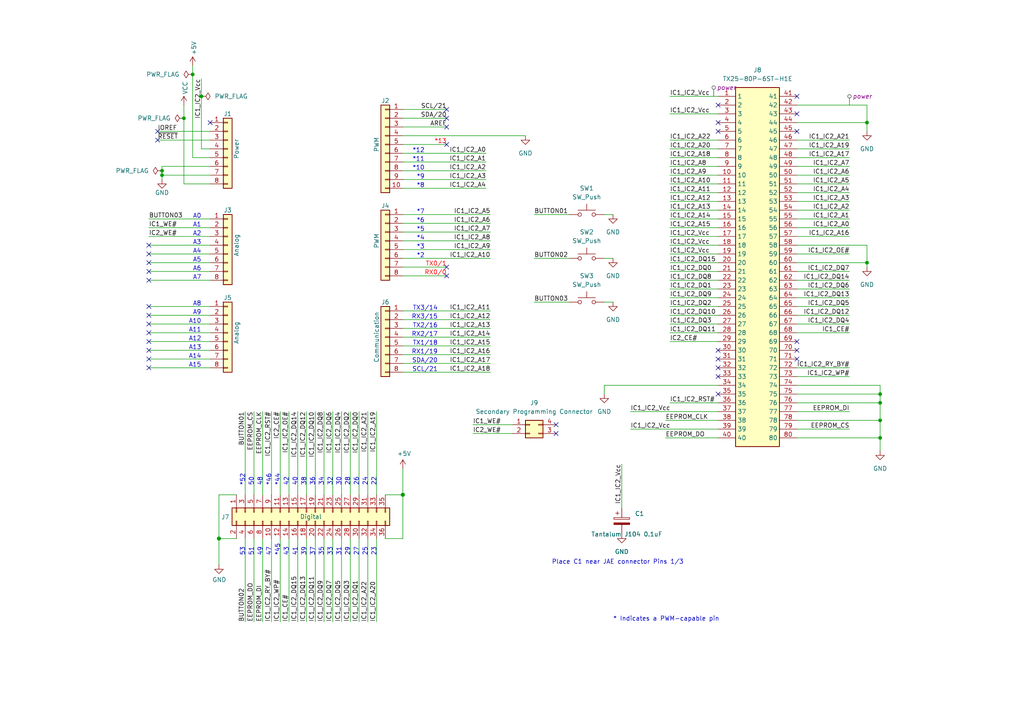
<source format=kicad_sch>
(kicad_sch (version 20230121) (generator eeschema)
  (paper "A4")
  (title_block (date "mar. 31 mars 2015"))
  (lib_symbols
    (symbol "+5V_1" (power) (pin_names (offset 0))
      (property "Value" "+5V_1" (at 0 3.556 0))
      (symbol "+5V_1_0_1"
        (polyline (pts (xy -0.762 1.27) (xy 0 2.54)))
        (polyline (pts (xy 0 0) (xy 0 2.54)))
        (polyline (pts (xy 0 2.54) (xy 0.762 1.27)))
      )
      (symbol "+5V_1_1_1"
        (pin power_in line (at 0 0 90) (length 0) hide (name "+5V") (number "1"))
      )
    )
    (symbol "Connector_Generic:Conn_01x08" (pin_names (offset 1.016) hide)
      (property "Reference" "J" (at 0 10.16 0))
      (property "Value" "Conn_01x08" (at 0 -12.7 0))
      (symbol "Conn_01x08_1_1"
        (rectangle (start -1.27 -10.033) (end 0 -10.287) (stroke (width 0.1524)))
        (rectangle (start -1.27 -7.493) (end 0 -7.747) (stroke (width 0.1524)))
        (rectangle (start -1.27 -4.953) (end 0 -5.207) (stroke (width 0.1524)))
        (rectangle (start -1.27 -2.413) (end 0 -2.667) (stroke (width 0.1524)))
        (rectangle (start -1.27 0.127) (end 0 -0.127) (stroke (width 0.1524)))
        (rectangle (start -1.27 2.667) (end 0 2.413) (stroke (width 0.1524)))
        (rectangle (start -1.27 5.207) (end 0 4.953) (stroke (width 0.1524)))
        (rectangle (start -1.27 7.747) (end 0 7.493) (stroke (width 0.1524)))
        (rectangle (start -1.27 8.89) (end 1.27 -11.43) (stroke (width 0.254)) (fill (type background)))
        (pin passive line (at -5.08 7.62 0) (length 3.81) (name "Pin_1") (number "1"))
        (pin passive line (at -5.08 5.08 0) (length 3.81) (name "Pin_2") (number "2"))
        (pin passive line (at -5.08 2.54 0) (length 3.81) (name "Pin_3") (number "3"))
        (pin passive line (at -5.08 0 0) (length 3.81) (name "Pin_4") (number "4"))
        (pin passive line (at -5.08 -2.54 0) (length 3.81) (name "Pin_5") (number "5"))
        (pin passive line (at -5.08 -5.08 0) (length 3.81) (name "Pin_6") (number "6"))
        (pin passive line (at -5.08 -7.62 0) (length 3.81) (name "Pin_7") (number "7"))
        (pin passive line (at -5.08 -10.16 0) (length 3.81) (name "Pin_8") (number "8"))
      )
    )
    (symbol "Connector_Generic:Conn_01x10" (pin_names (offset 1.016) hide)
      (property "Reference" "J" (at 0 12.7 0))
      (property "Value" "Conn_01x10" (at 0 -15.24 0))
      (symbol "Conn_01x10_1_1"
        (rectangle (start -1.27 -12.573) (end 0 -12.827) (stroke (width 0.1524)))
        (rectangle (start -1.27 -10.033) (end 0 -10.287) (stroke (width 0.1524)))
        (rectangle (start -1.27 -7.493) (end 0 -7.747) (stroke (width 0.1524)))
        (rectangle (start -1.27 -4.953) (end 0 -5.207) (stroke (width 0.1524)))
        (rectangle (start -1.27 -2.413) (end 0 -2.667) (stroke (width 0.1524)))
        (rectangle (start -1.27 0.127) (end 0 -0.127) (stroke (width 0.1524)))
        (rectangle (start -1.27 2.667) (end 0 2.413) (stroke (width 0.1524)))
        (rectangle (start -1.27 5.207) (end 0 4.953) (stroke (width 0.1524)))
        (rectangle (start -1.27 7.747) (end 0 7.493) (stroke (width 0.1524)))
        (rectangle (start -1.27 10.287) (end 0 10.033) (stroke (width 0.1524)))
        (rectangle (start -1.27 11.43) (end 1.27 -13.97) (stroke (width 0.254)) (fill (type background)))
        (pin passive line (at -5.08 10.16 0) (length 3.81) (name "Pin_1") (number "1"))
        (pin passive line (at -5.08 -12.7 0) (length 3.81) (name "Pin_10") (number "10"))
        (pin passive line (at -5.08 7.62 0) (length 3.81) (name "Pin_2") (number "2"))
        (pin passive line (at -5.08 5.08 0) (length 3.81) (name "Pin_3") (number "3"))
        (pin passive line (at -5.08 2.54 0) (length 3.81) (name "Pin_4") (number "4"))
        (pin passive line (at -5.08 0 0) (length 3.81) (name "Pin_5") (number "5"))
        (pin passive line (at -5.08 -2.54 0) (length 3.81) (name "Pin_6") (number "6"))
        (pin passive line (at -5.08 -5.08 0) (length 3.81) (name "Pin_7") (number "7"))
        (pin passive line (at -5.08 -7.62 0) (length 3.81) (name "Pin_8") (number "8"))
        (pin passive line (at -5.08 -10.16 0) (length 3.81) (name "Pin_9") (number "9"))
      )
    )
    (symbol "Connector_Generic:Conn_02x02_Counter_Clockwise" (pin_names (offset 1.016) hide)
      (property "Reference" "J" (at 1.27 2.54 0))
      (property "Value" "Conn_02x02_Counter_Clockwise" (at 1.27 -5.08 0))
      (symbol "Conn_02x02_Counter_Clockwise_1_1"
        (rectangle (start -1.27 -2.413) (end 0 -2.667) (stroke (width 0.1524)))
        (rectangle (start -1.27 0.127) (end 0 -0.127) (stroke (width 0.1524)))
        (rectangle (start -1.27 1.27) (end 3.81 -3.81) (stroke (width 0.254)) (fill (type background)))
        (rectangle (start 3.81 -2.413) (end 2.54 -2.667) (stroke (width 0.1524)))
        (rectangle (start 3.81 0.127) (end 2.54 -0.127) (stroke (width 0.1524)))
        (pin passive line (at -5.08 0 0) (length 3.81) (name "Pin_1") (number "1"))
        (pin passive line (at -5.08 -2.54 0) (length 3.81) (name "Pin_2") (number "2"))
        (pin passive line (at 7.62 -2.54 180) (length 3.81) (name "Pin_3") (number "3"))
        (pin passive line (at 7.62 0 180) (length 3.81) (name "Pin_4") (number "4"))
      )
    )
    (symbol "Connector_Generic:Conn_02x18_Odd_Even" (pin_names (offset 1.016) hide)
      (property "Reference" "J" (at 1.27 22.86 0))
      (property "Value" "Conn_02x18_Odd_Even" (at 1.27 -25.4 0))
      (symbol "Conn_02x18_Odd_Even_1_1"
        (rectangle (start -1.27 -22.733) (end 0 -22.987) (stroke (width 0.1524)))
        (rectangle (start -1.27 -20.193) (end 0 -20.447) (stroke (width 0.1524)))
        (rectangle (start -1.27 -17.653) (end 0 -17.907) (stroke (width 0.1524)))
        (rectangle (start -1.27 -15.113) (end 0 -15.367) (stroke (width 0.1524)))
        (rectangle (start -1.27 -12.573) (end 0 -12.827) (stroke (width 0.1524)))
        (rectangle (start -1.27 -10.033) (end 0 -10.287) (stroke (width 0.1524)))
        (rectangle (start -1.27 -7.493) (end 0 -7.747) (stroke (width 0.1524)))
        (rectangle (start -1.27 -4.953) (end 0 -5.207) (stroke (width 0.1524)))
        (rectangle (start -1.27 -2.413) (end 0 -2.667) (stroke (width 0.1524)))
        (rectangle (start -1.27 0.127) (end 0 -0.127) (stroke (width 0.1524)))
        (rectangle (start -1.27 2.667) (end 0 2.413) (stroke (width 0.1524)))
        (rectangle (start -1.27 5.207) (end 0 4.953) (stroke (width 0.1524)))
        (rectangle (start -1.27 7.747) (end 0 7.493) (stroke (width 0.1524)))
        (rectangle (start -1.27 10.287) (end 0 10.033) (stroke (width 0.1524)))
        (rectangle (start -1.27 12.827) (end 0 12.573) (stroke (width 0.1524)))
        (rectangle (start -1.27 15.367) (end 0 15.113) (stroke (width 0.1524)))
        (rectangle (start -1.27 17.907) (end 0 17.653) (stroke (width 0.1524)))
        (rectangle (start -1.27 20.447) (end 0 20.193) (stroke (width 0.1524)))
        (rectangle (start -1.27 21.59) (end 3.81 -24.13) (stroke (width 0.254)) (fill (type background)))
        (rectangle (start 3.81 -22.733) (end 2.54 -22.987) (stroke (width 0.1524)))
        (rectangle (start 3.81 -20.193) (end 2.54 -20.447) (stroke (width 0.1524)))
        (rectangle (start 3.81 -17.653) (end 2.54 -17.907) (stroke (width 0.1524)))
        (rectangle (start 3.81 -15.113) (end 2.54 -15.367) (stroke (width 0.1524)))
        (rectangle (start 3.81 -12.573) (end 2.54 -12.827) (stroke (width 0.1524)))
        (rectangle (start 3.81 -10.033) (end 2.54 -10.287) (stroke (width 0.1524)))
        (rectangle (start 3.81 -7.493) (end 2.54 -7.747) (stroke (width 0.1524)))
        (rectangle (start 3.81 -4.953) (end 2.54 -5.207) (stroke (width 0.1524)))
        (rectangle (start 3.81 -2.413) (end 2.54 -2.667) (stroke (width 0.1524)))
        (rectangle (start 3.81 0.127) (end 2.54 -0.127) (stroke (width 0.1524)))
        (rectangle (start 3.81 2.667) (end 2.54 2.413) (stroke (width 0.1524)))
        (rectangle (start 3.81 5.207) (end 2.54 4.953) (stroke (width 0.1524)))
        (rectangle (start 3.81 7.747) (end 2.54 7.493) (stroke (width 0.1524)))
        (rectangle (start 3.81 10.287) (end 2.54 10.033) (stroke (width 0.1524)))
        (rectangle (start 3.81 12.827) (end 2.54 12.573) (stroke (width 0.1524)))
        (rectangle (start 3.81 15.367) (end 2.54 15.113) (stroke (width 0.1524)))
        (rectangle (start 3.81 17.907) (end 2.54 17.653) (stroke (width 0.1524)))
        (rectangle (start 3.81 20.447) (end 2.54 20.193) (stroke (width 0.1524)))
        (pin passive line (at -5.08 20.32 0) (length 3.81) (name "Pin_1") (number "1"))
        (pin passive line (at 7.62 10.16 180) (length 3.81) (name "Pin_10") (number "10"))
        (pin passive line (at -5.08 7.62 0) (length 3.81) (name "Pin_11") (number "11"))
        (pin passive line (at 7.62 7.62 180) (length 3.81) (name "Pin_12") (number "12"))
        (pin passive line (at -5.08 5.08 0) (length 3.81) (name "Pin_13") (number "13"))
        (pin passive line (at 7.62 5.08 180) (length 3.81) (name "Pin_14") (number "14"))
        (pin passive line (at -5.08 2.54 0) (length 3.81) (name "Pin_15") (number "15"))
        (pin passive line (at 7.62 2.54 180) (length 3.81) (name "Pin_16") (number "16"))
        (pin passive line (at -5.08 0 0) (length 3.81) (name "Pin_17") (number "17"))
        (pin passive line (at 7.62 0 180) (length 3.81) (name "Pin_18") (number "18"))
        (pin passive line (at -5.08 -2.54 0) (length 3.81) (name "Pin_19") (number "19"))
        (pin passive line (at 7.62 20.32 180) (length 3.81) (name "Pin_2") (number "2"))
        (pin passive line (at 7.62 -2.54 180) (length 3.81) (name "Pin_20") (number "20"))
        (pin passive line (at -5.08 -5.08 0) (length 3.81) (name "Pin_21") (number "21"))
        (pin passive line (at 7.62 -5.08 180) (length 3.81) (name "Pin_22") (number "22"))
        (pin passive line (at -5.08 -7.62 0) (length 3.81) (name "Pin_23") (number "23"))
        (pin passive line (at 7.62 -7.62 180) (length 3.81) (name "Pin_24") (number "24"))
        (pin passive line (at -5.08 -10.16 0) (length 3.81) (name "Pin_25") (number "25"))
        (pin passive line (at 7.62 -10.16 180) (length 3.81) (name "Pin_26") (number "26"))
        (pin passive line (at -5.08 -12.7 0) (length 3.81) (name "Pin_27") (number "27"))
        (pin passive line (at 7.62 -12.7 180) (length 3.81) (name "Pin_28") (number "28"))
        (pin passive line (at -5.08 -15.24 0) (length 3.81) (name "Pin_29") (number "29"))
        (pin passive line (at -5.08 17.78 0) (length 3.81) (name "Pin_3") (number "3"))
        (pin passive line (at 7.62 -15.24 180) (length 3.81) (name "Pin_30") (number "30"))
        (pin passive line (at -5.08 -17.78 0) (length 3.81) (name "Pin_31") (number "31"))
        (pin passive line (at 7.62 -17.78 180) (length 3.81) (name "Pin_32") (number "32"))
        (pin passive line (at -5.08 -20.32 0) (length 3.81) (name "Pin_33") (number "33"))
        (pin passive line (at 7.62 -20.32 180) (length 3.81) (name "Pin_34") (number "34"))
        (pin passive line (at -5.08 -22.86 0) (length 3.81) (name "Pin_35") (number "35"))
        (pin passive line (at 7.62 -22.86 180) (length 3.81) (name "Pin_36") (number "36"))
        (pin passive line (at 7.62 17.78 180) (length 3.81) (name "Pin_4") (number "4"))
        (pin passive line (at -5.08 15.24 0) (length 3.81) (name "Pin_5") (number "5"))
        (pin passive line (at 7.62 15.24 180) (length 3.81) (name "Pin_6") (number "6"))
        (pin passive line (at -5.08 12.7 0) (length 3.81) (name "Pin_7") (number "7"))
        (pin passive line (at 7.62 12.7 180) (length 3.81) (name "Pin_8") (number "8"))
        (pin passive line (at -5.08 10.16 0) (length 3.81) (name "Pin_9") (number "9"))
      )
    )
    (symbol "Device:C_Polarized" (pin_numbers hide) (pin_names (offset 0.254))
      (property "Reference" "C" (at 0.635 2.54 0))
      (property "Value" "C_Polarized" (at 0.635 -2.54 0))
      (symbol "C_Polarized_0_1"
        (rectangle (start -2.286 0.508) (end 2.286 1.016))
        (polyline (pts (xy -1.778 2.286) (xy -0.762 2.286)))
        (polyline (pts (xy -1.27 2.794) (xy -1.27 1.778)))
        (rectangle (start 2.286 -0.508) (end -2.286 -1.016) (fill (type outline)))
      )
      (symbol "C_Polarized_1_1"
        (pin passive line (at 0 3.81 270) (length 2.794) (name "~") (number "1"))
        (pin passive line (at 0 -3.81 90) (length 2.794) (name "~") (number "2"))
      )
    )
    (symbol "GND_1" (power) (pin_names (offset 0))
      (property "Value" "GND_1" (at 0 -3.81 0))
      (symbol "GND_1_0_1"
        (polyline (pts (xy 0 0) (xy 0 -1.27) (xy 1.27 -1.27) (xy 0 -2.54) (xy -1.27 -1.27) (xy 0 -1.27)))
      )
      (symbol "GND_1_1_1"
        (pin power_in line (at 0 0 270) (length 0) hide (name "GND") (number "1"))
      )
    )
    (symbol "GND_2" (power) (pin_names (offset 0))
      (property "Value" "GND_2" (at 0 -3.81 0))
      (symbol "GND_2_0_1"
        (polyline (pts (xy 0 0) (xy 0 -1.27) (xy 1.27 -1.27) (xy 0 -2.54) (xy -1.27 -1.27) (xy 0 -1.27)))
      )
      (symbol "GND_2_1_1"
        (pin power_in line (at 0 0 270) (length 0) hide (name "GND") (number "1"))
      )
    )
    (symbol "GND_3" (power) (pin_names (offset 0))
      (property "Value" "GND_3" (at 0 -3.81 0))
      (symbol "GND_3_0_1"
        (polyline (pts (xy 0 0) (xy 0 -1.27) (xy 1.27 -1.27) (xy 0 -2.54) (xy -1.27 -1.27) (xy 0 -1.27)))
      )
      (symbol "GND_3_1_1"
        (pin power_in line (at 0 0 270) (length 0) hide (name "GND") (number "1"))
      )
    )
    (symbol "GND_4" (power) (pin_names (offset 0))
      (property "Value" "GND_4" (at 0 -3.81 0))
      (symbol "GND_4_0_1"
        (polyline (pts (xy 0 0) (xy 0 -1.27) (xy 1.27 -1.27) (xy 0 -2.54) (xy -1.27 -1.27) (xy 0 -1.27)))
      )
      (symbol "GND_4_1_1"
        (pin power_in line (at 0 0 270) (length 0) hide (name "GND") (number "1"))
      )
    )
    (symbol "GND_5" (power) (pin_names (offset 0))
      (property "Value" "GND_5" (at 0 -3.81 0))
      (symbol "GND_5_0_1"
        (polyline (pts (xy 0 0) (xy 0 -1.27) (xy 1.27 -1.27) (xy 0 -2.54) (xy -1.27 -1.27) (xy 0 -1.27)))
      )
      (symbol "GND_5_1_1"
        (pin power_in line (at 0 0 270) (length 0) hide (name "GND") (number "1"))
      )
    )
    (symbol "GND_6" (power) (pin_names (offset 0))
      (property "Value" "GND_6" (at 0 -3.81 0))
      (symbol "GND_6_0_1"
        (polyline (pts (xy 0 0) (xy 0 -1.27) (xy 1.27 -1.27) (xy 0 -2.54) (xy -1.27 -1.27) (xy 0 -1.27)))
      )
      (symbol "GND_6_1_1"
        (pin power_in line (at 0 0 270) (length 0) hide (name "GND") (number "1"))
      )
    )
    (symbol "GND_7" (power) (pin_names (offset 0))
      (property "Value" "GND_7" (at 0 -3.81 0))
      (symbol "GND_7_0_1"
        (polyline (pts (xy 0 0) (xy 0 -1.27) (xy 1.27 -1.27) (xy 0 -2.54) (xy -1.27 -1.27) (xy 0 -1.27)))
      )
      (symbol "GND_7_1_1"
        (pin power_in line (at 0 0 270) (length 0) hide (name "GND") (number "1"))
      )
    )
    (symbol "Switch:SW_Push" (pin_numbers hide) (pin_names (offset 1.016) hide)
      (property "Reference" "SW" (at 1.27 2.54 0))
      (property "Value" "SW_Push" (at 0 -1.524 0))
      (symbol "SW_Push_0_1"
        (circle (center -2.032 0) (radius 0.508))
        (polyline (pts (xy 0 1.27) (xy 0 3.048)))
        (polyline (pts (xy 2.54 1.27) (xy -2.54 1.27)))
        (circle (center 2.032 0) (radius 0.508))
        (pin passive line (at -5.08 0 0) (length 2.54) (name "1") (number "1"))
        (pin passive line (at 5.08 0 180) (length 2.54) (name "2") (number "2"))
      )
    )
    (symbol "power:+5V" (power) (pin_names (offset 0))
      (property "Value" "+5V" (at 0 3.556 0))
      (symbol "+5V_0_1"
        (polyline (pts (xy -0.762 1.27) (xy 0 2.54)))
        (polyline (pts (xy 0 0) (xy 0 2.54)))
        (polyline (pts (xy 0 2.54) (xy 0.762 1.27)))
      )
      (symbol "+5V_1_1"
        (pin power_in line (at 0 0 90) (length 0) hide (name "+5V") (number "1"))
      )
    )
    (symbol "power:GND" (power) (pin_names (offset 0))
      (property "Value" "GND" (at 0 -3.81 0))
      (symbol "GND_0_1"
        (polyline (pts (xy 0 0) (xy 0 -1.27) (xy 1.27 -1.27) (xy 0 -2.54) (xy -1.27 -1.27) (xy 0 -1.27)))
      )
      (symbol "GND_1_1"
        (pin power_in line (at 0 0 270) (length 0) hide (name "GND") (number "1"))
      )
    )
    (symbol "power:PWR_FLAG" (power) (pin_numbers hide) (pin_names (offset 0) hide)
      (property "Value" "PWR_FLAG" (at 0 3.81 0))
      (symbol "PWR_FLAG_0_0"
        (pin power_out line (at 0 0 90) (length 0) (name "pwr") (number "1"))
      )
      (symbol "PWR_FLAG_0_1"
        (polyline (pts (xy 0 0) (xy 0 1.27) (xy -1.016 1.905) (xy 0 2.54) (xy 1.016 1.905) (xy 0 1.27)))
      )
    )
    (symbol "power:VCC" (power) (pin_names (offset 0))
      (property "Value" "VCC" (at 0 3.81 0))
      (symbol "VCC_0_1"
        (polyline (pts (xy -0.762 1.27) (xy 0 2.54)))
        (polyline (pts (xy 0 0) (xy 0 2.54)))
        (polyline (pts (xy 0 2.54) (xy 0.762 1.27)))
      )
      (symbol "VCC_1_1"
        (pin power_in line (at 0 0 90) (length 0) hide (name "VCC") (number "1"))
      )
    )
    (symbol "srx-extras:TX25-80P-6ST-H1E"
      (property "Reference" "J" (at 19.05 7.62 0))
      (property "Value" "TX25-80P-6ST-H1E" (at 19.05 5.08 0))
      (symbol "TX25-80P-6ST-H1E_1_1"
        (rectangle (start 5.08 2.54) (end 17.78 -101.6) (stroke (width 0.254)) (fill (type background)))
        (pin passive line (at 0 0 0) (length 5.08) (name "1") (number "1"))
        (pin passive line (at 0 -22.86 0) (length 5.08) (name "10") (number "10"))
        (pin passive line (at 0 -25.4 0) (length 5.08) (name "11") (number "11"))
        (pin passive line (at 0 -27.94 0) (length 5.08) (name "12") (number "12"))
        (pin passive line (at 0 -30.48 0) (length 5.08) (name "13") (number "13"))
        (pin passive line (at 0 -33.02 0) (length 5.08) (name "14") (number "14"))
        (pin passive line (at 0 -35.56 0) (length 5.08) (name "15") (number "15"))
        (pin passive line (at 0 -38.1 0) (length 5.08) (name "16") (number "16"))
        (pin passive line (at 0 -40.64 0) (length 5.08) (name "17") (number "17"))
        (pin passive line (at 0 -43.18 0) (length 5.08) (name "18") (number "18"))
        (pin passive line (at 0 -45.72 0) (length 5.08) (name "19") (number "19"))
        (pin passive line (at 0 -2.54 0) (length 5.08) (name "2") (number "2"))
        (pin passive line (at 0 -48.26 0) (length 5.08) (name "20") (number "20"))
        (pin passive line (at 0 -50.8 0) (length 5.08) (name "21") (number "21"))
        (pin passive line (at 0 -53.34 0) (length 5.08) (name "22") (number "22"))
        (pin passive line (at 0 -55.88 0) (length 5.08) (name "23") (number "23"))
        (pin passive line (at 0 -58.42 0) (length 5.08) (name "24") (number "24"))
        (pin passive line (at 0 -60.96 0) (length 5.08) (name "25") (number "25"))
        (pin passive line (at 0 -63.5 0) (length 5.08) (name "26") (number "26"))
        (pin passive line (at 0 -66.04 0) (length 5.08) (name "27") (number "27"))
        (pin passive line (at 0 -68.58 0) (length 5.08) (name "28") (number "28"))
        (pin passive line (at 0 -71.12 0) (length 5.08) (name "29") (number "29"))
        (pin passive line (at 0 -5.08 0) (length 5.08) (name "3") (number "3"))
        (pin passive line (at 0 -73.66 0) (length 5.08) (name "30") (number "30"))
        (pin passive line (at 0 -76.2 0) (length 5.08) (name "31") (number "31"))
        (pin passive line (at 0 -78.74 0) (length 5.08) (name "32") (number "32"))
        (pin passive line (at 0 -81.28 0) (length 5.08) (name "33") (number "33"))
        (pin passive line (at 0 -83.82 0) (length 5.08) (name "34") (number "34"))
        (pin passive line (at 0 -86.36 0) (length 5.08) (name "35") (number "35"))
        (pin passive line (at 0 -88.9 0) (length 5.08) (name "36") (number "36"))
        (pin passive line (at 0 -91.44 0) (length 5.08) (name "37") (number "37"))
        (pin passive line (at 0 -93.98 0) (length 5.08) (name "38") (number "38"))
        (pin passive line (at 0 -96.52 0) (length 5.08) (name "39") (number "39"))
        (pin passive line (at 0 -7.62 0) (length 5.08) (name "4") (number "4"))
        (pin passive line (at 0 -99.06 0) (length 5.08) (name "40") (number "40"))
        (pin passive line (at 22.86 0 180) (length 5.08) (name "41") (number "41"))
        (pin passive line (at 22.86 -2.54 180) (length 5.08) (name "42") (number "42"))
        (pin passive line (at 22.86 -5.08 180) (length 5.08) (name "43") (number "43"))
        (pin passive line (at 22.86 -7.62 180) (length 5.08) (name "44") (number "44"))
        (pin passive line (at 22.86 -10.16 180) (length 5.08) (name "45") (number "45"))
        (pin passive line (at 22.86 -12.7 180) (length 5.08) (name "46") (number "46"))
        (pin passive line (at 22.86 -15.24 180) (length 5.08) (name "47") (number "47"))
        (pin passive line (at 22.86 -17.78 180) (length 5.08) (name "48") (number "48"))
        (pin passive line (at 22.86 -20.32 180) (length 5.08) (name "49") (number "49"))
        (pin passive line (at 0 -10.16 0) (length 5.08) (name "5") (number "5"))
        (pin passive line (at 22.86 -22.86 180) (length 5.08) (name "50") (number "50"))
        (pin passive line (at 22.86 -25.4 180) (length 5.08) (name "51") (number "51"))
        (pin passive line (at 22.86 -27.94 180) (length 5.08) (name "52") (number "52"))
        (pin passive line (at 22.86 -30.48 180) (length 5.08) (name "53") (number "53"))
        (pin passive line (at 22.86 -33.02 180) (length 5.08) (name "54") (number "54"))
        (pin passive line (at 22.86 -35.56 180) (length 5.08) (name "55") (number "55"))
        (pin passive line (at 22.86 -38.1 180) (length 5.08) (name "56") (number "56"))
        (pin passive line (at 22.86 -40.64 180) (length 5.08) (name "57") (number "57"))
        (pin passive line (at 22.86 -43.18 180) (length 5.08) (name "58") (number "58"))
        (pin passive line (at 22.86 -45.72 180) (length 5.08) (name "59") (number "59"))
        (pin passive line (at 0 -12.7 0) (length 5.08) (name "6") (number "6"))
        (pin passive line (at 22.86 -48.26 180) (length 5.08) (name "60") (number "60"))
        (pin passive line (at 22.86 -50.8 180) (length 5.08) (name "61") (number "61"))
        (pin passive line (at 22.86 -53.34 180) (length 5.08) (name "62") (number "62"))
        (pin passive line (at 22.86 -55.88 180) (length 5.08) (name "63") (number "63"))
        (pin passive line (at 22.86 -58.42 180) (length 5.08) (name "64") (number "64"))
        (pin passive line (at 22.86 -60.96 180) (length 5.08) (name "65") (number "65"))
        (pin passive line (at 22.86 -63.5 180) (length 5.08) (name "66") (number "66"))
        (pin passive line (at 22.86 -66.04 180) (length 5.08) (name "67") (number "67"))
        (pin passive line (at 22.86 -68.58 180) (length 5.08) (name "68") (number "68"))
        (pin passive line (at 22.86 -71.12 180) (length 5.08) (name "69") (number "69"))
        (pin passive line (at 0 -15.24 0) (length 5.08) (name "7") (number "7"))
        (pin passive line (at 22.86 -73.66 180) (length 5.08) (name "70") (number "70"))
        (pin passive line (at 22.86 -76.2 180) (length 5.08) (name "71") (number "71"))
        (pin passive line (at 22.86 -78.74 180) (length 5.08) (name "72") (number "72"))
        (pin passive line (at 22.86 -81.28 180) (length 5.08) (name "73") (number "73"))
        (pin passive line (at 22.86 -83.82 180) (length 5.08) (name "74") (number "74"))
        (pin passive line (at 22.86 -86.36 180) (length 5.08) (name "75") (number "75"))
        (pin passive line (at 22.86 -88.9 180) (length 5.08) (name "76") (number "76"))
        (pin passive line (at 22.86 -91.44 180) (length 5.08) (name "77") (number "77"))
        (pin passive line (at 22.86 -93.98 180) (length 5.08) (name "78") (number "78"))
        (pin passive line (at 22.86 -96.52 180) (length 5.08) (name "79") (number "79"))
        (pin passive line (at 0 -17.78 0) (length 5.08) (name "8") (number "8"))
        (pin passive line (at 22.86 -99.06 180) (length 5.08) (name "80") (number "80"))
        (pin passive line (at 0 -20.32 0) (length 5.08) (name "9") (number "9"))
      )
    )
  )
  (junction (at 255.27 114.3))
  (junction (at 255.27 121.92))
  (junction (at 63.5 156.21) (diameter 1.016))
  (junction (at 251.46 35.56))
  (junction (at 255.27 127))
  (junction (at 55.88 21.59))
  (junction (at 46.99 49.53))
  (junction (at 58.42 27.94))
  (junction (at 53.34 34.29))
  (junction (at 251.46 76.2))
  (junction (at 46.99 50.8))
  (junction (at 255.27 116.84))
  (junction (at 116.84 143.51) (diameter 1.016))
  (no_connect (at 231.14 38.1))
  (no_connect (at 45.72 40.64))
  (no_connect (at 129.54 34.29))
  (no_connect (at 208.28 38.1))
  (no_connect (at 208.28 101.6))
  (no_connect (at 231.14 104.14))
  (no_connect (at 129.54 80.01))
  (no_connect (at 161.29 125.73))
  (no_connect (at 43.18 106.68))
  (no_connect (at 208.28 30.48))
  (no_connect (at 43.18 73.66))
  (no_connect (at 45.72 38.1))
  (no_connect (at 231.14 33.02))
  (no_connect (at 43.18 99.06))
  (no_connect (at 129.54 36.83))
  (no_connect (at 43.18 71.12))
  (no_connect (at 129.54 31.75))
  (no_connect (at 231.14 27.94))
  (no_connect (at 43.18 101.6))
  (no_connect (at 43.18 78.74))
  (no_connect (at 231.14 101.6))
  (no_connect (at 43.18 93.98))
  (no_connect (at 208.28 114.3))
  (no_connect (at 43.18 96.52))
  (no_connect (at 161.29 123.19))
  (no_connect (at 208.28 104.14))
  (no_connect (at 43.18 91.44))
  (no_connect (at 129.54 41.91))
  (no_connect (at 231.14 99.06))
  (no_connect (at 43.18 76.2))
  (no_connect (at 208.28 109.22))
  (no_connect (at 129.54 77.47))
  (no_connect (at 60.96 35.56))
  (no_connect (at 208.28 106.68))
  (no_connect (at 43.18 81.28))
  (no_connect (at 43.18 88.9))
  (no_connect (at 43.18 104.14))
  (no_connect (at 208.28 35.56))
  (wire (pts (xy 116.84 80.01) (xy 129.54 80.01)))
  (wire (pts (xy 116.84 62.23) (xy 142.24 62.23)))
  (wire (pts (xy 231.14 88.9) (xy 246.38 88.9)))
  (wire (pts (xy 194.31 93.98) (xy 208.28 93.98)))
  (wire (pts (xy 46.99 50.8) (xy 60.96 50.8)))
  (wire (pts (xy 116.84 49.53) (xy 140.97 49.53)))
  (wire (pts (xy 231.14 91.44) (xy 246.38 91.44)))
  (wire (pts (xy 231.14 58.42) (xy 246.38 58.42)))
  (wire (pts (xy 231.14 78.74) (xy 246.38 78.74)))
  (wire (pts (xy 116.84 31.75) (xy 129.54 31.75)))
  (wire (pts (xy 88.9 119.38) (xy 88.9 143.51)))
  (wire (pts (xy 194.31 116.84) (xy 208.28 116.84)))
  (wire (pts (xy 116.84 143.51) (xy 116.84 156.21)))
  (wire (pts (xy 231.14 53.34) (xy 246.38 53.34)))
  (wire (pts (xy 68.58 143.51) (xy 63.5 143.51)))
  (wire (pts (xy 255.27 114.3) (xy 255.27 116.84)))
  (wire (pts (xy 116.84 95.25) (xy 142.24 95.25)))
  (wire (pts (xy 46.99 48.26) (xy 46.99 49.53)))
  (wire (pts (xy 255.27 111.76) (xy 255.27 114.3)))
  (wire (pts (xy 231.14 45.72) (xy 246.38 45.72)))
  (wire (pts (xy 194.31 86.36) (xy 208.28 86.36)))
  (wire (pts (xy 231.14 93.98) (xy 246.38 93.98)))
  (wire (pts (xy 91.44 156.21) (xy 91.44 180.34)))
  (wire (pts (xy 43.18 76.2) (xy 60.96 76.2)))
  (wire (pts (xy 194.31 76.2) (xy 208.28 76.2)))
  (wire (pts (xy 96.52 119.38) (xy 96.52 143.51)))
  (wire (pts (xy 109.22 119.38) (xy 109.22 143.51)))
  (wire (pts (xy 231.14 109.22) (xy 246.38 109.22)))
  (wire (pts (xy 46.99 50.8) (xy 46.99 52.07)))
  (wire (pts (xy 194.31 71.12) (xy 208.28 71.12)))
  (wire (pts (xy 154.94 62.23) (xy 165.1 62.23)))
  (wire (pts (xy 43.18 101.6) (xy 60.96 101.6)))
  (wire (pts (xy 194.31 45.72) (xy 208.28 45.72)))
  (wire (pts (xy 104.14 156.21) (xy 104.14 180.34)))
  (wire (pts (xy 58.42 43.18) (xy 60.96 43.18)))
  (wire (pts (xy 55.88 45.72) (xy 60.96 45.72)))
  (wire (pts (xy 93.98 156.21) (xy 93.98 180.34)))
  (wire (pts (xy 255.27 127) (xy 255.27 130.81)))
  (wire (pts (xy 55.88 19.05) (xy 55.88 21.59)))
  (wire (pts (xy 43.18 106.68) (xy 60.96 106.68)))
  (wire (pts (xy 78.74 156.21) (xy 78.74 180.34)))
  (wire (pts (xy 101.6 156.21) (xy 101.6 180.34)))
  (wire (pts (xy 99.06 156.21) (xy 99.06 180.34)))
  (wire (pts (xy 231.14 43.18) (xy 246.38 43.18)))
  (wire (pts (xy 193.04 127) (xy 208.28 127)))
  (wire (pts (xy 116.84 41.91) (xy 129.54 41.91)))
  (wire (pts (xy 251.46 76.2) (xy 251.46 77.47)))
  (wire (pts (xy 58.42 22.86) (xy 58.42 27.94)))
  (wire (pts (xy 194.31 58.42) (xy 208.28 58.42)))
  (wire (pts (xy 81.28 119.38) (xy 81.28 143.51)))
  (wire (pts (xy 60.96 63.5) (xy 43.18 63.5)))
  (wire (pts (xy 154.94 74.93) (xy 165.1 74.93)))
  (wire (pts (xy 231.14 116.84) (xy 255.27 116.84)))
  (wire (pts (xy 46.99 48.26) (xy 60.96 48.26)))
  (wire (pts (xy 116.84 44.45) (xy 140.97 44.45)))
  (wire (pts (xy 43.18 104.14) (xy 60.96 104.14)))
  (wire (pts (xy 53.34 34.29) (xy 53.34 30.48)))
  (wire (pts (xy 116.84 64.77) (xy 142.24 64.77)))
  (wire (pts (xy 231.14 71.12) (xy 251.46 71.12)))
  (wire (pts (xy 116.84 102.87) (xy 142.24 102.87)))
  (wire (pts (xy 116.84 107.95) (xy 142.24 107.95)))
  (wire (pts (xy 255.27 116.84) (xy 255.27 121.92)))
  (wire (pts (xy 175.26 74.93) (xy 177.8 74.93)))
  (wire (pts (xy 93.98 119.38) (xy 93.98 143.51)))
  (wire (pts (xy 63.5 143.51) (xy 63.5 156.21)))
  (wire (pts (xy 182.88 119.38) (xy 208.28 119.38)))
  (wire (pts (xy 68.58 156.21) (xy 63.5 156.21)))
  (wire (pts (xy 76.2 119.38) (xy 76.2 143.51)))
  (wire (pts (xy 137.16 125.73) (xy 148.59 125.73)))
  (wire (pts (xy 231.14 55.88) (xy 246.38 55.88)))
  (wire (pts (xy 116.84 52.07) (xy 140.97 52.07)))
  (wire (pts (xy 101.6 119.38) (xy 101.6 143.51)))
  (wire (pts (xy 194.31 53.34) (xy 208.28 53.34)))
  (wire (pts (xy 99.06 119.38) (xy 99.06 143.51)))
  (wire (pts (xy 81.28 156.21) (xy 81.28 180.34)))
  (wire (pts (xy 76.2 156.21) (xy 76.2 180.34)))
  (wire (pts (xy 106.68 119.38) (xy 106.68 143.51)))
  (wire (pts (xy 116.84 69.85) (xy 142.24 69.85)))
  (wire (pts (xy 194.31 78.74) (xy 208.28 78.74)))
  (wire (pts (xy 86.36 156.21) (xy 86.36 180.34)))
  (wire (pts (xy 45.72 38.1) (xy 60.96 38.1)))
  (wire (pts (xy 194.31 91.44) (xy 208.28 91.44)))
  (wire (pts (xy 194.31 48.26) (xy 208.28 48.26)))
  (wire (pts (xy 194.31 27.94) (xy 208.28 27.94)))
  (wire (pts (xy 43.18 88.9) (xy 60.96 88.9)))
  (wire (pts (xy 194.31 43.18) (xy 208.28 43.18)))
  (wire (pts (xy 194.31 96.52) (xy 208.28 96.52)))
  (wire (pts (xy 116.84 92.71) (xy 142.24 92.71)))
  (wire (pts (xy 116.84 105.41) (xy 142.24 105.41)))
  (wire (pts (xy 116.84 135.89) (xy 116.84 143.51)))
  (wire (pts (xy 231.14 30.48) (xy 251.46 30.48)))
  (wire (pts (xy 194.31 68.58) (xy 208.28 68.58)))
  (wire (pts (xy 194.31 88.9) (xy 208.28 88.9)))
  (wire (pts (xy 116.84 72.39) (xy 142.24 72.39)))
  (wire (pts (xy 116.84 74.93) (xy 142.24 74.93)))
  (wire (pts (xy 231.14 127) (xy 255.27 127)))
  (wire (pts (xy 231.14 121.92) (xy 255.27 121.92)))
  (wire (pts (xy 194.31 33.02) (xy 208.28 33.02)))
  (wire (pts (xy 116.84 36.83) (xy 129.54 36.83)))
  (wire (pts (xy 111.76 143.51) (xy 116.84 143.51)))
  (wire (pts (xy 116.84 100.33) (xy 142.24 100.33)))
  (wire (pts (xy 43.18 96.52) (xy 60.96 96.52)))
  (wire (pts (xy 194.31 60.96) (xy 208.28 60.96)))
  (wire (pts (xy 231.14 68.58) (xy 246.38 68.58)))
  (wire (pts (xy 43.18 68.58) (xy 60.96 68.58)))
  (wire (pts (xy 45.72 40.64) (xy 60.96 40.64)))
  (wire (pts (xy 116.84 90.17) (xy 142.24 90.17)))
  (wire (pts (xy 231.14 111.76) (xy 255.27 111.76)))
  (wire (pts (xy 194.31 50.8) (xy 208.28 50.8)))
  (wire (pts (xy 175.26 111.76) (xy 175.26 114.3)))
  (wire (pts (xy 231.14 81.28) (xy 246.38 81.28)))
  (wire (pts (xy 231.14 124.46) (xy 246.38 124.46)))
  (wire (pts (xy 194.31 99.06) (xy 208.28 99.06)))
  (wire (pts (xy 175.26 111.76) (xy 208.28 111.76)))
  (wire (pts (xy 116.84 54.61) (xy 140.97 54.61)))
  (wire (pts (xy 60.96 53.34) (xy 53.34 53.34)))
  (wire (pts (xy 71.12 119.38) (xy 71.12 143.51)))
  (wire (pts (xy 231.14 35.56) (xy 251.46 35.56)))
  (wire (pts (xy 255.27 121.92) (xy 255.27 127)))
  (wire (pts (xy 43.18 66.04) (xy 60.96 66.04)))
  (wire (pts (xy 73.66 156.21) (xy 73.66 180.34)))
  (wire (pts (xy 231.14 83.82) (xy 246.38 83.82)))
  (wire (pts (xy 231.14 63.5) (xy 246.38 63.5)))
  (wire (pts (xy 43.18 81.28) (xy 60.96 81.28)))
  (wire (pts (xy 194.31 63.5) (xy 208.28 63.5)))
  (wire (pts (xy 251.46 71.12) (xy 251.46 76.2)))
  (wire (pts (xy 96.52 156.21) (xy 96.52 180.34)))
  (wire (pts (xy 231.14 76.2) (xy 251.46 76.2)))
  (wire (pts (xy 194.31 81.28) (xy 208.28 81.28)))
  (wire (pts (xy 231.14 114.3) (xy 255.27 114.3)))
  (wire (pts (xy 231.14 106.68) (xy 246.38 106.68)))
  (wire (pts (xy 71.12 156.21) (xy 71.12 180.34)))
  (wire (pts (xy 175.26 62.23) (xy 177.8 62.23)))
  (wire (pts (xy 116.84 97.79) (xy 142.24 97.79)))
  (wire (pts (xy 88.9 156.21) (xy 88.9 180.34)))
  (wire (pts (xy 55.88 21.59) (xy 55.88 45.72)))
  (wire (pts (xy 154.94 87.63) (xy 165.1 87.63)))
  (wire (pts (xy 104.14 119.38) (xy 104.14 143.51)))
  (wire (pts (xy 116.84 46.99) (xy 140.97 46.99)))
  (wire (pts (xy 78.74 119.38) (xy 78.74 143.51)))
  (wire (pts (xy 91.44 119.38) (xy 91.44 143.51)))
  (wire (pts (xy 251.46 35.56) (xy 251.46 38.1)))
  (wire (pts (xy 231.14 48.26) (xy 246.38 48.26)))
  (wire (pts (xy 231.14 66.04) (xy 246.38 66.04)))
  (wire (pts (xy 43.18 93.98) (xy 60.96 93.98)))
  (wire (pts (xy 116.84 67.31) (xy 142.24 67.31)))
  (wire (pts (xy 86.36 119.38) (xy 86.36 143.51)))
  (wire (pts (xy 43.18 91.44) (xy 60.96 91.44)))
  (wire (pts (xy 43.18 71.12) (xy 60.96 71.12)))
  (wire (pts (xy 194.31 40.64) (xy 208.28 40.64)))
  (wire (pts (xy 116.84 156.21) (xy 111.76 156.21)))
  (wire (pts (xy 182.88 124.46) (xy 208.28 124.46)))
  (wire (pts (xy 194.31 73.66) (xy 208.28 73.66)))
  (wire (pts (xy 175.26 87.63) (xy 177.8 87.63)))
  (wire (pts (xy 83.82 119.38) (xy 83.82 143.51)))
  (wire (pts (xy 194.31 55.88) (xy 208.28 55.88)))
  (wire (pts (xy 109.22 156.21) (xy 109.22 180.34)))
  (wire (pts (xy 231.14 96.52) (xy 246.38 96.52)))
  (wire (pts (xy 180.34 134.62) (xy 180.34 147.32)))
  (wire (pts (xy 73.66 119.38) (xy 73.66 143.51)))
  (wire (pts (xy 251.46 30.48) (xy 251.46 35.56)))
  (wire (pts (xy 116.84 34.29) (xy 129.54 34.29)))
  (wire (pts (xy 106.68 156.21) (xy 106.68 180.34)))
  (wire (pts (xy 137.16 123.19) (xy 148.59 123.19)))
  (wire (pts (xy 231.14 50.8) (xy 246.38 50.8)))
  (wire (pts (xy 46.99 49.53) (xy 46.99 50.8)))
  (wire (pts (xy 116.84 39.37) (xy 152.4 39.37)))
  (wire (pts (xy 83.82 156.21) (xy 83.82 180.34)))
  (wire (pts (xy 58.42 27.94) (xy 58.42 43.18)))
  (wire (pts (xy 194.31 83.82) (xy 208.28 83.82)))
  (wire (pts (xy 231.14 73.66) (xy 246.38 73.66)))
  (wire (pts (xy 116.84 77.47) (xy 129.54 77.47)))
  (wire (pts (xy 43.18 99.06) (xy 60.96 99.06)))
  (wire (pts (xy 53.34 53.34) (xy 53.34 34.29)))
  (wire (pts (xy 63.5 156.21) (xy 63.5 163.83)))
  (wire (pts (xy 43.18 78.74) (xy 60.96 78.74)))
  (wire (pts (xy 43.18 73.66) (xy 60.96 73.66)))
  (wire (pts (xy 231.14 86.36) (xy 246.38 86.36)))
  (wire (pts (xy 231.14 40.64) (xy 246.38 40.64)))
  (wire (pts (xy 194.31 66.04) (xy 208.28 66.04)))
  (wire (pts (xy 231.14 60.96) (xy 246.38 60.96)))
  (wire (pts (xy 193.04 121.92) (xy 208.28 121.92)))
  (wire (pts (xy 231.14 119.38) (xy 246.38 119.38)))
  (text "A6" (at 58.42 78.74 0) (effects (font (size 1.27 1.27)) (justify right bottom)))
  (text "38" (at 88.9 140.97 90) (effects (font (size 1.27 1.27)) (justify left bottom)))
  (text "47" (at 78.74 161.29 90) (effects (font (size 1.27 1.27)) (justify left bottom)))
  (text "TX1/18" (at 127 100.33 0) (effects (font (size 1.27 1.27)) (justify right bottom)))
  (text "RX2/17" (at 127 97.79 0) (effects (font (size 1.27 1.27)) (justify right bottom)))
  (text "37" (at 91.44 161.29 90) (effects (font (size 1.27 1.27)) (justify left bottom)))
  (text "*12" (at 123.19 44.45 0) (effects (font (size 1.27 1.27)) (justify right bottom)))
  (text "*9" (at 123.19 52.07 0) (effects (font (size 1.27 1.27)) (justify right bottom)))
  (text "SCL/21" (at 127 107.95 0) (effects (font (size 1.27 1.27)) (justify right bottom)))
  (text "TX2/16" (at 127 95.25 0) (effects (font (size 1.27 1.27)) (justify right bottom)))
  (text "A11" (at 58.42 96.52 0) (effects (font (size 1.27 1.27)) (justify right bottom)))
  (text "26" (at 104.14 140.97 90) (effects (font (size 1.27 1.27)) (justify left bottom)))
  (text "49" (at 76.2 161.29 90) (effects (font (size 1.27 1.27)) (justify left bottom)))
  (text "35" (at 93.98 161.29 90) (effects (font (size 1.27 1.27)) (justify left bottom)))
  (text "*44" (at 81.28 140.97 90) (effects (font (size 1.27 1.27)) (justify left bottom)))
  (text "*3" (at 123.19 72.39 0) (effects (font (size 1.27 1.27)) (justify right bottom)))
  (text "27" (at 104.14 161.29 90) (effects (font (size 1.27 1.27)) (justify left bottom)))
  (text "RX3/15" (at 127 92.71 0) (effects (font (size 1.27 1.27)) (justify right bottom)))
  (text "28" (at 101.6 140.97 90) (effects (font (size 1.27 1.27)) (justify left bottom)))
  (text "A0" (at 58.42 63.5 0) (effects (font (size 1.27 1.27)) (justify right bottom)))
  (text "48" (at 76.2 140.97 90) (effects (font (size 1.27 1.27)) (justify left bottom)))
  (text "*45" (at 81.28 161.29 90) (effects (font (size 1.27 1.27)) (justify left bottom)))
  (text "36" (at 91.44 140.97 90) (effects (font (size 1.27 1.27)) (justify left bottom)))
  (text "25" (at 106.68 161.29 90) (effects (font (size 1.27 1.27)) (justify left bottom)))
  (text "A10" (at 58.42 93.98 0) (effects (font (size 1.27 1.27)) (justify right bottom)))
  (text "51" (at 73.66 161.29 90) (effects (font (size 1.27 1.27)) (justify left bottom)))
  (text "A12" (at 58.42 99.06 0) (effects (font (size 1.27 1.27)) (justify right bottom)))
  (text "SDA/20" (at 127 105.41 0) (effects (font (size 1.27 1.27)) (justify right bottom)))
  (text "39" (at 88.9 161.29 90) (effects (font (size 1.27 1.27)) (justify left bottom)))
  (text "*7" (at 123.19 62.23 0) (effects (font (size 1.27 1.27)) (justify right bottom)))
  (text "*5" (at 123.19 67.31 0) (effects (font (size 1.27 1.27)) (justify right bottom)))
  (text "A4" (at 58.42 73.66 0) (effects (font (size 1.27 1.27)) (justify right bottom)))
  (text "30" (at 99.06 140.97 90) (effects (font (size 1.27 1.27)) (justify left bottom)))
  (text "A8" (at 58.42 88.9 0) (effects (font (size 1.27 1.27)) (justify right bottom)))
  (text "*2" (at 123.19 74.93 0) (effects (font (size 1.27 1.27)) (justify right bottom)))
  (text "RX1/19" (at 127 102.87 0) (effects (font (size 1.27 1.27)) (justify right bottom)))
  (text "A3" (at 58.42 71.12 0) (effects (font (size 1.27 1.27)) (justify right bottom)))
  (text "*11" (at 123.19 46.99 0) (effects (font (size 1.27 1.27)) (justify right bottom)))
  (text "22" (at 109.22 140.97 90) (effects (font (size 1.27 1.27)) (justify left bottom)))
  (text "34" (at 93.98 140.97 90) (effects (font (size 1.27 1.27)) (justify left bottom)))
  (text "33" (at 96.52 161.29 90) (effects (font (size 1.27 1.27)) (justify left bottom)))
  (text "50" (at 73.66 140.97 90) (effects (font (size 1.27 1.27)) (justify left bottom)))
  (text "A1" (at 58.42 66.04 0) (effects (font (size 1.27 1.27)) (justify right bottom)))
  (text "43" (at 83.82 161.29 90) (effects (font (size 1.27 1.27)) (justify left bottom)))
  (text "*6" (at 123.19 64.77 0) (effects (font (size 1.27 1.27)) (justify right bottom)))
  (text "Place C1 near JAE connector Pins 1/3" (at 160.02 163.83 0) (effects (font (size 1.27 1.27)) (justify left bottom)))
  (text "*8" (at 123.19 54.61 0) (effects (font (size 1.27 1.27)) (justify right bottom)))
  (text "* Indicates a PWM-capable pin" (at 177.8 180.34 0) (effects (font (size 1.27 1.27)) (justify left bottom)))
  (text "*4" (at 123.19 69.85 0) (effects (font (size 1.27 1.27)) (justify right bottom)))
  (text "A5" (at 58.42 76.2 0) (effects (font (size 1.27 1.27)) (justify right bottom)))
  (text "32" (at 96.52 140.97 90) (effects (font (size 1.27 1.27)) (justify left bottom)))
  (text "A2" (at 58.42 68.58 0) (effects (font (size 1.27 1.27)) (justify right bottom)))
  (text "24" (at 106.68 140.97 90) (effects (font (size 1.27 1.27)) (justify left bottom)))
  (text "*46" (at 78.74 140.97 90) (effects (font (size 1.27 1.27)) (justify left bottom)))
  (text "29" (at 101.6 161.29 90) (effects (font (size 1.27 1.27)) (justify left bottom)))
  (text "31" (at 99.06 161.29 90) (effects (font (size 1.27 1.27)) (justify left bottom)))
  (text "A15" (at 58.42 106.68 0) (effects (font (size 1.27 1.27)) (justify right bottom)))
  (text "*10" (at 123.19 49.53 0) (effects (font (size 1.27 1.27)) (justify right bottom)))
  (text "53" (at 71.12 161.29 90) (effects (font (size 1.27 1.27)) (justify left bottom)))
  (text "A7" (at 58.42 81.28 0) (effects (font (size 1.27 1.27)) (justify right bottom)))
  (text "41" (at 86.36 161.29 90) (effects (font (size 1.27 1.27)) (justify left bottom)))
  (text "23" (at 109.22 161.29 90) (effects (font (size 1.27 1.27)) (justify left bottom)))
  (text "42" (at 83.82 140.97 90) (effects (font (size 1.27 1.27)) (justify left bottom)))
  (text "40" (at 86.36 140.97 90) (effects (font (size 1.27 1.27)) (justify left bottom)))
  (text "A14" (at 58.42 104.14 0) (effects (font (size 1.27 1.27)) (justify right bottom)))
  (text "A13" (at 58.42 101.6 0) (effects (font (size 1.27 1.27)) (justify right bottom)))
  (text "*52" (at 71.12 140.97 90) (effects (font (size 1.27 1.27)) (justify left bottom)))
  (text "TX3/14" (at 127 90.17 0) (effects (font (size 1.27 1.27)) (justify right bottom)))
  (text "A9" (at 58.42 91.44 0) (effects (font (size 1.27 1.27)) (justify right bottom)))
  (label "IC1_IC2_A18" (at 194.31 45.72 0))
  (label "RX0{slash}0" (at 129.54 80.01 180))
  (label "IC1_IC2_DQ2" (at 194.31 88.9 0))
  (label "IC1_IC2_A8" (at 142.24 69.85 180))
  (label "IC1_IC2_DQ13" (at 88.9 180.34 90))
  (label "IC1_IC2_DQ14" (at 86.36 119.38 270))
  (label "IC1_IC2_A13" (at 194.31 60.96 0))
  (label "IC1_IC2_Vcc" (at 180.34 134.62 270))
  (label "IC1_IC2_RY_BY#" (at 246.38 106.68 180))
  (label "BUTTON03" (at 43.18 63.5 0))
  (label "IC1_IC2_A21" (at 106.68 119.38 270))
  (label "IC1_IC2_DQ9" (at 93.98 180.34 90))
  (label "IC1_IC2_DQ0" (at 104.14 119.38 270))
  (label "IC1_IC2_A22" (at 106.68 180.34 90))
  (label "IC1_IC2_A12" (at 194.31 58.42 0))
  (label "BUTTON02" (at 154.94 74.93 0))
  (label "BUTTON01" (at 154.94 62.23 0))
  (label "IC1_IC2_A14" (at 142.24 97.79 180))
  (label "IC1_IC2_RST#" (at 194.31 116.84 0))
  (label "IC1_IC2_A2" (at 246.38 60.96 180))
  (label "IC1_IC2_A19" (at 246.38 43.18 180))
  (label "IC1_IC2_DQ9" (at 194.31 86.36 0))
  (label "IC1_IC2_DQ1" (at 104.14 180.34 90))
  (label "IC2_CE#" (at 81.28 119.38 270))
  (label "EEPROM_CS" (at 73.66 119.38 270))
  (label "IC1_IC2_A22" (at 194.31 40.64 0))
  (label "BUTTON02" (at 71.12 180.34 90))
  (label "*13" (at 129.54 41.91 180))
  (label "IC1_IC2_Vcc" (at 182.88 119.38 0))
  (label "IC2_WE#" (at 137.16 125.73 0))
  (label "EEPROM_CLK" (at 193.04 121.92 0))
  (label "IC1_IC2_Vcc" (at 58.42 22.86 270))
  (label "IC1_IC2_DQ2" (at 101.6 119.38 270))
  (label "IC1_IC2_A16" (at 142.24 102.87 180))
  (label "IC1_IC2_A6" (at 246.38 50.8 180))
  (label "IC1_IC2_Vcc" (at 194.31 68.58 0))
  (label "IC1_IC2_OE#" (at 246.38 73.66 180))
  (label "IC1_IC2_A14" (at 194.31 63.5 0))
  (label "~{RESET}" (at 45.72 40.64 0))
  (label "IC1_IC2_DQ13" (at 246.38 86.36 180))
  (label "IC1_IC2_DQ4" (at 99.06 119.38 270))
  (label "IC1_IC2_A2" (at 140.97 49.53 180))
  (label "IC1_IC2_A11" (at 194.31 55.88 0))
  (label "IC1_IC2_DQ6" (at 246.38 83.82 180))
  (label "IC1_IC2_DQ12" (at 88.9 119.38 270))
  (label "IC1_IC2_A5" (at 246.38 53.34 180))
  (label "IC1_IC2_DQ14" (at 246.38 81.28 180))
  (label "IC1_IC2_DQ7" (at 246.38 78.74 180))
  (label "IC1_IC2_A21" (at 246.38 40.64 180))
  (label "IC1_IC2_DQ0" (at 194.31 78.74 0))
  (label "IC1_IC2_DQ8" (at 93.98 119.38 270))
  (label "BUTTON01" (at 71.12 119.38 270))
  (label "EEPROM_CS" (at 246.38 124.46 180))
  (label "IC2_WE#" (at 43.18 68.58 0))
  (label "IC1_IC2_WP#" (at 246.38 109.22 180))
  (label "IC1_IC2_A3" (at 140.97 52.07 180))
  (label "IC1_IC2_A13" (at 142.24 95.25 180))
  (label "IC1_IC2_A1" (at 246.38 63.5 180))
  (label "IC1_IC2_A15" (at 194.31 66.04 0))
  (label "IC1_WE#" (at 43.18 66.04 0))
  (label "IC1_IC2_DQ5" (at 99.06 180.34 90))
  (label "EEPROM_DI" (at 246.38 119.38 180))
  (label "IC1_IC2_A11" (at 142.24 90.17 180))
  (label "IC1_IC2_Vcc" (at 194.31 33.02 0))
  (label "IC1_IC2_A12" (at 142.24 92.71 180))
  (label "SDA{slash}20" (at 129.54 34.29 180))
  (label "IC1_IC2_DQ15" (at 194.31 76.2 0))
  (label "EEPROM_DO" (at 193.04 127 0))
  (label "IC1_IC2_A18" (at 142.24 107.95 180))
  (label "IC1_IC2_A0" (at 140.97 44.45 180))
  (label "IC1_IC2_RY_BY#" (at 78.74 180.34 90))
  (label "IC1_IC2_DQ15" (at 86.36 180.34 90))
  (label "IC1_IC2_A3" (at 246.38 58.42 180))
  (label "IC1_IC2_DQ11" (at 91.44 180.34 90))
  (label "IC1_IC2_A9" (at 194.31 50.8 0))
  (label "IC1_IC2_DQ7" (at 96.52 180.34 90))
  (label "IC1_IC2_WP#" (at 81.28 180.34 90))
  (label "IC1_IC2_DQ4" (at 246.38 93.98 180))
  (label "IC1_IC2_DQ8" (at 194.31 81.28 0))
  (label "IC1_IC2_A4" (at 246.38 55.88 180))
  (label "IC1_IC2_A17" (at 142.24 105.41 180))
  (label "IC1_IC2_A19" (at 109.22 119.38 270))
  (label "EEPROM_CLK" (at 76.2 119.38 270))
  (label "TX0{slash}1" (at 129.54 77.47 180))
  (label "IC1_IC2_A6" (at 142.24 64.77 180))
  (label "IC1_IC2_A0" (at 246.38 66.04 180))
  (label "IC1_IC2_A17" (at 246.38 45.72 180))
  (label "IC1_IC2_DQ1" (at 194.31 83.82 0))
  (label "IC1_IC2_DQ10" (at 91.44 119.38 270))
  (label "IC1_IC2_DQ10" (at 194.31 91.44 0))
  (label "IC1_CE#" (at 83.82 180.34 90))
  (label "IC1_IC2_A10" (at 142.24 74.93 180))
  (label "AREF" (at 129.54 36.83 180))
  (label "IC1_IC2_Vcc" (at 194.31 71.12 0))
  (label "IC1_IC2_A16" (at 246.38 68.58 180))
  (label "IC1_IC2_Vcc" (at 194.31 73.66 0))
  (label "EEPROM_DI" (at 76.2 180.34 90))
  (label "IC1_IC2_A8" (at 194.31 48.26 0))
  (label "IC1_IC2_DQ5" (at 246.38 88.9 180))
  (label "IC1_IC2_Vcc" (at 182.88 124.46 0))
  (label "IC1_IC2_A20" (at 194.31 43.18 0))
  (label "EEPROM_DO" (at 73.66 180.34 90))
  (label "IC1_IC2_A7" (at 246.38 48.26 180))
  (label "SCL{slash}21" (at 129.54 31.75 180))
  (label "IC1_IC2_DQ11" (at 194.31 96.52 0))
  (label "IC1_IC2_A4" (at 140.97 54.61 180))
  (label "IC1_IC2_OE#" (at 83.82 119.38 270))
  (label "IC1_IC2_A1" (at 140.97 46.99 180))
  (label "IC1_IC2_RST#" (at 78.74 119.38 270))
  (label "IC1_IC2_A20" (at 109.22 180.34 90))
  (label "IC1_IC2_A15" (at 142.24 100.33 180))
  (label "IC1_IC2_DQ12" (at 246.38 91.44 180))
  (label "IC1_IC2_A7" (at 142.24 67.31 180))
  (label "IC1_IC2_DQ3" (at 194.31 93.98 0))
  (label "IOREF" (at 45.72 38.1 0))
  (label "BUTTON03" (at 154.94 87.63 0))
  (label "IC1_IC2_A10" (at 194.31 53.34 0))
  (label "IC1_IC2_DQ3" (at 101.6 180.34 90))
  (label "IC1_WE#" (at 137.16 123.19 0))
  (label "IC1_IC2_A5" (at 142.24 62.23 180))
  (label "IC1_CE#" (at 246.38 96.52 180))
  (label "IC2_CE#" (at 194.31 99.06 0))
  (label "IC1_IC2_DQ6" (at 96.52 119.38 270))
  (label "IC1_IC2_Vcc" (at 194.31 27.94 0))
  (label "IC1_IC2_A9" (at 142.24 72.39 180))
  (netclass_flag "" (length 2.54) (shape round) (at 207.01 27.94 0) (property "Netclass" "power" (at 207.899 25.4 0) (effects (font italic) (justify left))))
  (netclass_flag "" (length 2.54) (shape round) (at 246.38 30.48 0) (property "Netclass" "power" (at 247.269 27.94 0) (effects (font italic) (justify left))))
  (symbol (lib_id "Connector_Generic:Conn_01x08") (at 66.04 43.18 0) (unit 1)
    (property "Reference" "J1" (at 66.04 33.02 0))
    (property "Value" "Power" (at 68.58 43.18 90))
    (property "Footprint" "Connector_PinHeader_2.54mm:PinHeader_1x08_P2.54mm_Vertical" (effects hide))
  )
  (symbol (lib_id "power:+5V") (at 55.88 19.05 0) (unit 1)
    (property "Reference" "#PWR02" (effects hide))
    (property "Value" "+5V" (at 56.2356 16.002 90) (effects (justify left)))
  )
  (symbol (lib_name "GND_6") (lib_id "power:GND") (at 46.99 52.07 0) (unit 1)
    (property "Reference" "#PWR04" (effects hide))
    (property "Value" "GND" (at 46.99 55.88 0))
  )
  (symbol (lib_id "Connector_Generic:Conn_01x10") (at 111.76 41.91 0) (mirror y) (unit 1)
    (property "Reference" "J2" (at 111.76 29.21 0))
    (property "Value" "PWM" (at 109.22 41.91 90))
    (property "Footprint" "Connector_PinHeader_2.54mm:PinHeader_1x10_P2.54mm_Vertical" (effects hide))
  )
  (symbol (lib_id "power:GND") (at 152.4 39.37 0) (unit 1)
    (property "Reference" "#PWR05" (effects hide))
    (property "Value" "GND" (at 152.4 44.45 0))
  )
  (symbol (lib_id "Connector_Generic:Conn_01x08") (at 66.04 71.12 0) (unit 1)
    (property "Reference" "J3" (at 66.04 60.96 0))
    (property "Value" "Analog" (at 68.58 71.12 90))
    (property "Footprint" "Connector_PinHeader_2.54mm:PinHeader_1x08_P2.54mm_Vertical" (effects hide))
  )
  (symbol (lib_id "Connector_Generic:Conn_01x08") (at 111.76 69.85 0) (mirror y) (unit 1)
    (property "Reference" "J4" (at 111.76 59.69 0))
    (property "Value" "PWM" (at 109.22 69.85 90))
    (property "Footprint" "Connector_PinHeader_2.54mm:PinHeader_1x08_P2.54mm_Vertical" (effects hide))
  )
  (symbol (lib_id "Connector_Generic:Conn_01x08") (at 66.04 96.52 0) (unit 1)
    (property "Reference" "J5" (at 66.04 86.36 0))
    (property "Value" "Analog" (at 68.58 96.52 90))
    (property "Footprint" "Connector_PinHeader_2.54mm:PinHeader_1x08_P2.54mm_Vertical" (effects hide))
  )
  (symbol (lib_id "Connector_Generic:Conn_01x08") (at 111.76 97.79 0) (mirror y) (unit 1)
    (property "Reference" "J6" (at 111.76 87.63 0))
    (property "Value" "Communication" (at 109.22 97.79 90))
    (property "Footprint" "Connector_PinHeader_2.54mm:PinHeader_1x08_P2.54mm_Vertical" (effects hide))
  )
  (symbol (lib_id "Connector_Generic:Conn_02x18_Odd_Even") (at 88.9 148.59 90) (mirror x) (unit 1)
    (property "Reference" "J7" (at 66.5479 149.9806 90) (effects (justify left)))
    (property "Value" "Digital" (at 90.17 149.86 90))
    (property "Footprint" "Connector_PinHeader_2.54mm:PinHeader_2x18_P2.54mm_Vertical" (effects hide))
  )
  (symbol (lib_name "GND_2") (lib_id "power:GND") (at 63.5 163.83 0) (unit 1)
    (property "Reference" "#PWR07" (effects hide))
    (property "Value" "GND" (at 63.6143 168.1544 0))
  )
  (symbol (lib_name "+5V_1") (lib_id "power:+5V") (at 116.84 135.89 0) (unit 1)
    (property "Reference" "#PWR06" (effects hide))
    (property "Value" "+5V" (at 117.2083 131.5656 0))
  )
  (symbol (lib_id "power:PWR_FLAG") (at 46.99 49.53 90) (unit 1)
    (property "Reference" "#FLG04" (effects hide))
    (property "Value" "PWR_FLAG" (at 43.18 49.53 90) (effects (justify left)))
  )
  (symbol (lib_name "GND_5") (lib_id "power:GND") (at 180.34 154.94 0) (unit 1)
    (property "Reference" "#PWR08" (effects hide))
    (property "Value" "GND" (at 180.34 160.02 0))
  )
  (symbol (lib_id "Switch:SW_Push") (at 170.18 62.23 0) (unit 1)
    (property "Reference" "SW1" (at 170.18 54.61 0))
    (property "Value" "SW_Push" (at 170.18 57.15 0))
    (property "Footprint" "Button_Switch_THT:SW_PUSH_6mm" (effects hide))
  )
  (symbol (lib_id "Switch:SW_Push") (at 170.18 74.93 0) (unit 1)
    (property "Reference" "SW2" (at 170.18 67.31 0))
    (property "Value" "SW_Push" (at 170.18 69.85 0))
    (property "Footprint" "Button_Switch_THT:SW_PUSH_6mm" (effects hide))
  )
  (symbol (lib_name "GND_1") (lib_id "power:GND") (at 251.46 77.47 0) (unit 1)
    (property "Reference" "#PWR012" (effects hide))
    (property "Value" "GND" (at 251.46 82.55 0))
  )
  (symbol (lib_id "power:PWR_FLAG") (at 58.42 27.94 270) (unit 1)
    (property "Reference" "#FLG01" (effects hide))
    (property "Value" "PWR_FLAG" (at 62.23 27.94 90) (effects (justify left)))
  )
  (symbol (lib_id "power:VCC") (at 53.34 30.48 0) (unit 1)
    (property "Reference" "#PWR01" (effects hide))
    (property "Value" "VCC" (at 53.721 27.432 90) (effects (justify left)))
  )
  (symbol (lib_id "srx-extras:TX25-80P-6ST-H1E") (at 208.28 27.94 0) (unit 1)
    (property "Reference" "J8" (at 219.71 20.32 0))
    (property "Value" "TX25-80P-6ST-H1E" (at 219.71 22.86 0))
    (property "Footprint" "srx-extras:JAE_TX25-80P-6ST-H1E" (effects hide))
    (property "Datasheet" "https://www.jae.com/direct/topics/topics_file_download/topics_id=66812&ext_no=06&_lang=en&v=" (effects hide))
    (property "Mouser Part Number" "656-TX2580P6STH1E" (effects hide))
    (property "Mouser Price/Stock" "https://www.mouser.co.uk/ProductDetail/JAE-Electronics/TX25-80P-6ST-H1E?qs=X2uUhIUKvwIOGjRnasC2ew%3D%3D" (effects hide))
    (property "Manufacturer_Name" "JAE" (effects hide))
    (property "Manufacturer_Part_Number" "TX25-80P-6ST-H1E" (effects hide))
  )
  (symbol (lib_id "power:PWR_FLAG") (at 55.88 21.59 90) (unit 1)
    (property "Reference" "#FLG03" (effects hide))
    (property "Value" "PWR_FLAG" (at 52.07 21.59 90) (effects (justify left)))
  )
  (symbol (lib_id "power:GND") (at 177.8 62.23 0) (unit 1)
    (property "Reference" "#PWR03" (effects hide))
    (property "Value" "GND" (at 177.8 67.31 0))
  )
  (symbol (lib_id "power:GND") (at 177.8 87.63 0) (unit 1)
    (property "Reference" "#PWR014" (effects hide))
    (property "Value" "GND" (at 177.8 92.71 0))
  )
  (symbol (lib_id "Connector_Generic:Conn_02x02_Counter_Clockwise") (at 153.67 123.19 0) (unit 1)
    (property "Reference" "J9" (at 154.94 116.84 0))
    (property "Value" "Secondary Programming Connector" (at 154.94 119.38 0))
    (property "Footprint" "Connector_PinHeader_2.54mm:PinHeader_2x02_P2.54mm_Vertical" (effects hide))
  )
  (symbol (lib_name "GND_4") (lib_id "power:GND") (at 175.26 114.3 0) (unit 1)
    (property "Reference" "#PWR09" (effects hide))
    (property "Value" "GND" (at 175.26 119.38 0))
  )
  (symbol (lib_id "Device:C_Polarized") (at 180.34 151.13 0) (unit 1)
    (property "Reference" "C1" (at 184.15 148.971 0) (effects (justify left)))
    (property "Value" "Tantalum J104 0.1uF" (at 171.45 154.94 0) (effects (justify left)))
    (property "Footprint" "Capacitor_Tantalum_SMD:CP_EIA-3216-12_Kemet-S_Pad1.58x1.35mm_HandSolder" (effects hide))
  )
  (symbol (lib_id "Switch:SW_Push") (at 170.18 87.63 0) (unit 1)
    (property "Reference" "SW3" (at 170.18 80.01 0))
    (property "Value" "SW_Push" (at 170.18 82.55 0))
    (property "Footprint" "Button_Switch_THT:SW_PUSH_6mm" (effects hide))
  )
  (symbol (lib_name "GND_3") (lib_id "power:GND") (at 251.46 38.1 0) (unit 1)
    (property "Reference" "#PWR011" (effects hide))
    (property "Value" "GND" (at 251.46 43.18 0))
  )
  (symbol (lib_id "power:GND") (at 177.8 74.93 0) (unit 1)
    (property "Reference" "#PWR010" (effects hide))
    (property "Value" "GND" (at 177.8 80.01 0))
  )
  (symbol (lib_id "power:PWR_FLAG") (at 53.34 34.29 90) (unit 1)
    (property "Reference" "#FLG02" (effects hide))
    (property "Value" "PWR_FLAG" (at 49.53 34.29 90) (effects (justify left)))
  )
  (symbol (lib_name "GND_7") (lib_id "power:GND") (at 255.27 130.81 0) (unit 1)
    (property "Reference" "#PWR013" (effects hide))
    (property "Value" "GND" (at 255.27 135.89 0))
  )
)
</source>
